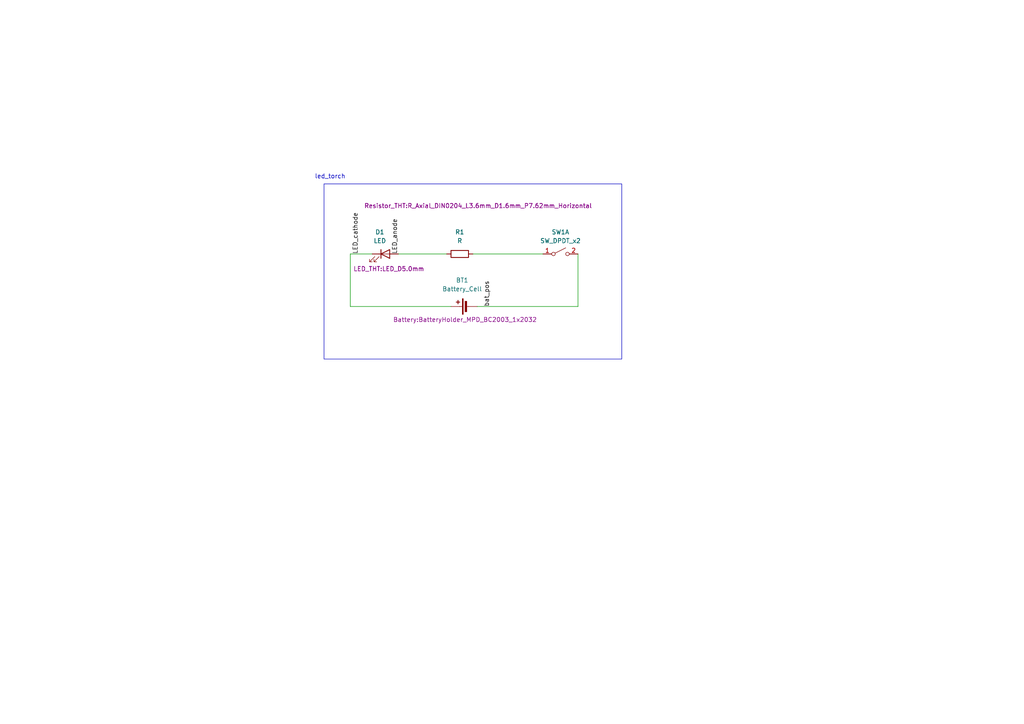
<source format=kicad_sch>
(kicad_sch (version 20250114) (generator "eeschema") (generator_version "9.0")
  (paper "A4")
  (title_block (title "LED_TORCH") (date "05/14/25") (company "Own project(Practicing)"))
  (lib_symbols
    (symbol "Device:Battery_Cell" (pin_numbers (hide yes)) (pin_names (offset 0) (hide yes))
      (property "Reference" "BT" (at 2.54 2.54 0))
      (property "Value" "Battery_Cell" (at 2.54 0 0))
      (symbol "Battery_Cell_0_1"
        (rectangle (start -2.286 1.778) (end 2.286 1.524) (fill (type outline)))
        (rectangle (start -1.524 1.016) (end 1.524 0.508) (fill (type outline)))
        (polyline (pts (xy 0 1.778) (xy 0 2.54)))
        (polyline (pts (xy 0 0.762) (xy 0 0)))
        (polyline (pts (xy 0.762 3.048) (xy 1.778 3.048)) (stroke (width 0.254)))
        (polyline (pts (xy 1.27 3.556) (xy 1.27 2.54)) (stroke (width 0.254)))
      )
      (symbol "Battery_Cell_1_1"
        (pin passive line (at 0 5.08 270) (length 2.54) (name "+") (number "1"))
        (pin passive line (at 0 -2.54 90) (length 2.54) (name "-") (number "2"))
      )
    )
    (symbol "Device:LED" (pin_numbers (hide yes)) (pin_names (offset 1.016) (hide yes))
      (property "Reference" "D" (at 0 2.54 0))
      (property "Value" "LED" (at 0 -2.54 0))
      (symbol "LED_0_1"
        (polyline (pts (xy -3.048 -0.762) (xy -4.572 -2.286) (xy -3.81 -2.286) (xy -4.572 -2.286) (xy -4.572 -1.524)))
        (polyline (pts (xy -1.778 -0.762) (xy -3.302 -2.286) (xy -2.54 -2.286) (xy -3.302 -2.286) (xy -3.302 -1.524)))
        (polyline (pts (xy -1.27 0) (xy 1.27 0)))
        (polyline (pts (xy -1.27 -1.27) (xy -1.27 1.27)) (stroke (width 0.254)))
        (polyline (pts (xy 1.27 -1.27) (xy 1.27 1.27) (xy -1.27 0) (xy 1.27 -1.27)) (stroke (width 0.254)))
      )
      (symbol "LED_1_1"
        (pin passive line (at -3.81 0 0) (length 2.54) (name "K") (number "1"))
        (pin passive line (at 3.81 0 180) (length 2.54) (name "A") (number "2"))
      )
    )
    (symbol "Device:R" (pin_numbers (hide yes)) (pin_names (offset 0))
      (property "Reference" "R" (at 2.032 0 90))
      (property "Value" "R" (at 0 0 90))
      (symbol "R_0_1"
        (rectangle (start -1.016 -2.54) (end 1.016 2.54) (stroke (width 0.254)))
      )
      (symbol "R_1_1"
        (pin passive line (at 0 3.81 270) (length 1.27) (name "~") (number "1"))
        (pin passive line (at 0 -3.81 90) (length 1.27) (name "~") (number "2"))
      )
    )
    (symbol "Switch:SW_DPST_x2" (pin_names (offset 0) (hide yes))
      (property "Reference" "SW" (at 0 3.175 0))
      (property "Value" "SW_DPST_x2" (at 0 -2.54 0))
      (symbol "SW_DPST_x2_0_0"
        (circle (center -2.032 0) (radius 0.508))
        (polyline (pts (xy -1.524 0.254) (xy 1.524 1.778)))
        (circle (center 2.032 0) (radius 0.508))
      )
      (symbol "SW_DPST_x2_1_1"
        (pin passive line (at -5.08 0 0) (length 2.54) (name "A") (number "1"))
        (pin passive line (at 5.08 0 180) (length 2.54) (name "B") (number "2"))
      )
      (symbol "SW_DPST_x2_2_1"
        (pin passive line (at -5.08 0 0) (length 2.54) (name "A") (number "3"))
        (pin passive line (at 5.08 0 180) (length 2.54) (name "B") (number "4"))
      )
    )
  )
  (rectangle (start 93.98 53.34) (end 180.34 104.14))
  (text "led_torch" (at 95.758 51.308 0) (effects (font (size 1.27 1.27))))
  (wire (pts (xy 167.64 88.9) (xy 167.64 73.66)))
  (wire (pts (xy 101.6 88.9) (xy 130.81 88.9)))
  (wire (pts (xy 101.6 73.66) (xy 101.6 88.9)))
  (wire (pts (xy 157.48 73.66) (xy 137.16 73.66)))
  (wire (pts (xy 107.95 73.66) (xy 101.6 73.66)))
  (wire (pts (xy 129.54 73.66) (xy 115.57 73.66)))
  (wire (pts (xy 138.43 88.9) (xy 167.64 88.9)))
  (label "LED_cathode" (at 104.14 73.66 90))
  (label "bat_pos" (at 142.24 88.9 90))
  (label "LED_anode" (at 115.57 73.66 90))
  (symbol (lib_id "Device:Battery_Cell") (at 135.89 88.9 90) (unit 1)
    (property "Reference" "BT1" (at 134.0485 81.28 90))
    (property "Value" "Battery_Cell" (at 134.0485 83.82 90))
    (property "Footprint" "Battery:BatteryHolder_MPD_BC2003_1x2032" (at 134.874 92.71 90))
    (property "Description" "Single-cell battery" (effects (hide yes)))
  )
  (symbol (lib_id "Device:LED") (at 111.76 73.66 0) (unit 1)
    (property "Reference" "D1" (at 110.1725 67.31 0))
    (property "Value" "LED" (at 110.1725 69.85 0))
    (property "Footprint" "LED_THT:LED_D5.0mm" (at 112.776 77.978 0))
    (property "Description" "Light emitting diode" (effects (hide yes)))
    (property "Sim.Pins" "1=K 2=A" (effects (hide yes)))
  )
  (symbol (lib_id "Switch:SW_DPST_x2") (at 162.56 73.66 0) (unit 1)
    (property "Reference" "SW1" (at 162.56 67.31 0))
    (property "Value" "SW_DPDT_x2" (at 162.56 69.85 0))
    (property "Footprint" "Button_Switch_THT:SW_TH_Tactile_Omron_B3F-10xx" (effects (hide yes)))
    (property "Description" "Single Pole Single Throw (SPST) switch, separate symbol" (effects (hide yes)))
  )
  (symbol (lib_id "Device:R") (at 133.35 73.66 90) (unit 1)
    (property "Reference" "R1" (at 133.35 67.31 90))
    (property "Value" "R" (at 133.35 69.85 90))
    (property "Footprint" "Resistor_THT:R_Axial_DIN0204_L3.6mm_D1.6mm_P7.62mm_Horizontal" (at 138.684 59.69 90))
    (property "Description" "Resistor" (effects (hide yes)))
  )
)
</source>
